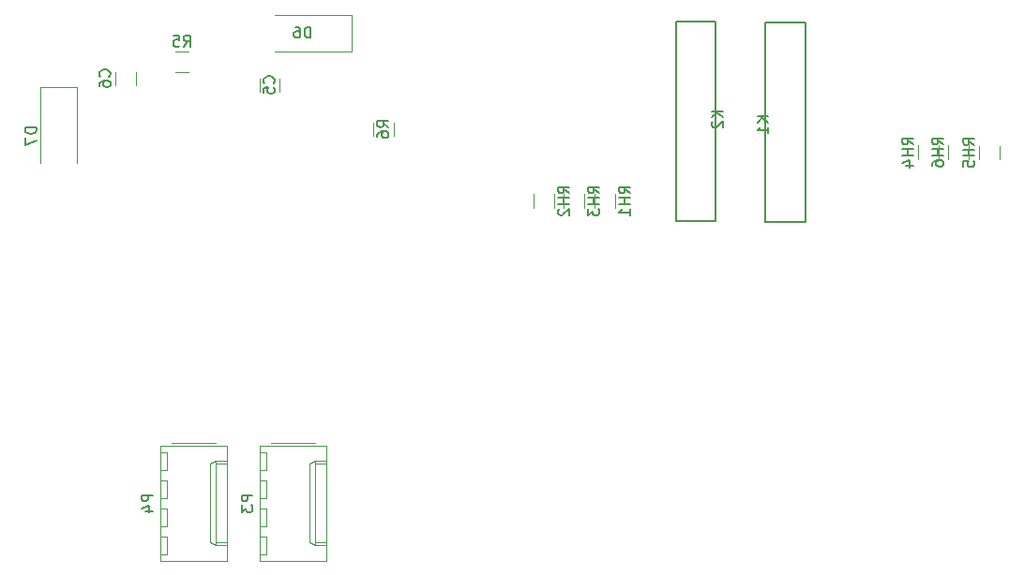
<source format=gbo>
G04 #@! TF.GenerationSoftware,KiCad,Pcbnew,(5.0.0-3-g5ebb6b6)*
G04 #@! TF.CreationDate,2019-01-18T17:45:58+01:00*
G04 #@! TF.ProjectId,Motor_Card,4D6F746F725F436172642E6B69636164,rev?*
G04 #@! TF.SameCoordinates,Original*
G04 #@! TF.FileFunction,Legend,Bot*
G04 #@! TF.FilePolarity,Positive*
%FSLAX46Y46*%
G04 Gerber Fmt 4.6, Leading zero omitted, Abs format (unit mm)*
G04 Created by KiCad (PCBNEW (5.0.0-3-g5ebb6b6)) date Friday 18 January 2019 à 17:45:58*
%MOMM*%
%LPD*%
G01*
G04 APERTURE LIST*
%ADD10C,0.150000*%
%ADD11C,0.120000*%
G04 APERTURE END LIST*
D10*
G04 #@! TO.C,K2*
X143200000Y-63200000D02*
X146800000Y-63200000D01*
X146800000Y-63200000D02*
X146800000Y-81200000D01*
X146800000Y-81200000D02*
X143200000Y-81200000D01*
X143200000Y-81200000D02*
X143200000Y-63200000D01*
D11*
G04 #@! TO.C,C5*
X99310000Y-68210436D02*
X99310000Y-69414564D01*
X97490000Y-68210436D02*
X97490000Y-69414564D01*
G04 #@! TO.C,C6*
X86310000Y-67610436D02*
X86310000Y-68814564D01*
X84490000Y-67610436D02*
X84490000Y-68814564D01*
D10*
G04 #@! TO.C,K1*
X138700000Y-81100000D02*
X135100000Y-81100000D01*
X135100000Y-81100000D02*
X135100000Y-63100000D01*
X135100000Y-63100000D02*
X138700000Y-63100000D01*
X138700000Y-63100000D02*
X138700000Y-81100000D01*
D11*
G04 #@! TO.C,R5*
X91089564Y-67610000D02*
X89885436Y-67610000D01*
X91089564Y-65790000D02*
X89885436Y-65790000D01*
G04 #@! TO.C,R6*
X107790000Y-73389564D02*
X107790000Y-72185436D01*
X109610000Y-73389564D02*
X109610000Y-72185436D01*
G04 #@! TO.C,RH1*
X127790000Y-79889564D02*
X127790000Y-78685436D01*
X129610000Y-79889564D02*
X129610000Y-78685436D01*
G04 #@! TO.C,RH2*
X122290000Y-79889564D02*
X122290000Y-78685436D01*
X124110000Y-79889564D02*
X124110000Y-78685436D01*
G04 #@! TO.C,RH3*
X124990000Y-79889564D02*
X124990000Y-78685436D01*
X126810000Y-79889564D02*
X126810000Y-78685436D01*
G04 #@! TO.C,RH4*
X158810000Y-74285436D02*
X158810000Y-75489564D01*
X156990000Y-74285436D02*
X156990000Y-75489564D01*
G04 #@! TO.C,RH5*
X164310000Y-74310436D02*
X164310000Y-75514564D01*
X162490000Y-74310436D02*
X162490000Y-75514564D01*
G04 #@! TO.C,RH6*
X161510000Y-74285436D02*
X161510000Y-75489564D01*
X159690000Y-74285436D02*
X159690000Y-75489564D01*
G04 #@! TO.C,D6*
X105800000Y-62450000D02*
X98900000Y-62450000D01*
X105800000Y-65750000D02*
X98900000Y-65750000D01*
X105800000Y-62450000D02*
X105800000Y-65750000D01*
G04 #@! TO.C,D7*
X77750000Y-69000000D02*
X77750000Y-75900000D01*
X81050000Y-69000000D02*
X81050000Y-75900000D01*
X77750000Y-69000000D02*
X81050000Y-69000000D01*
G04 #@! TO.C,P3*
X98125232Y-111236315D02*
X97525232Y-111236315D01*
X98125232Y-109636315D02*
X98125232Y-111236315D01*
X97525232Y-109636315D02*
X98125232Y-109636315D01*
X98125232Y-108696315D02*
X97525232Y-108696315D01*
X98125232Y-107096315D02*
X98125232Y-108696315D01*
X97525232Y-107096315D02*
X98125232Y-107096315D01*
X98125232Y-106156315D02*
X97525232Y-106156315D01*
X98125232Y-104556315D02*
X98125232Y-106156315D01*
X97525232Y-104556315D02*
X98125232Y-104556315D01*
X98125232Y-103616315D02*
X97525232Y-103616315D01*
X98125232Y-102016315D02*
X98125232Y-103616315D01*
X97525232Y-102016315D02*
X98125232Y-102016315D01*
X103545232Y-110186315D02*
X102545232Y-110186315D01*
X103545232Y-103066315D02*
X102545232Y-103066315D01*
X102015232Y-110186315D02*
X102545232Y-110436315D01*
X102015232Y-103066315D02*
X102015232Y-110186315D01*
X102545232Y-102816315D02*
X102015232Y-103066315D01*
X102545232Y-110436315D02*
X103545232Y-110436315D01*
X102545232Y-102816315D02*
X102545232Y-110436315D01*
X103545232Y-102816315D02*
X102545232Y-102816315D01*
X98555232Y-101146315D02*
X102555232Y-101146315D01*
X97525232Y-111816315D02*
X97525232Y-101436315D01*
X103545232Y-111816315D02*
X97525232Y-111816315D01*
X103545232Y-101436315D02*
X103545232Y-111816315D01*
X97525232Y-101436315D02*
X103545232Y-101436315D01*
G04 #@! TO.C,P4*
X89125232Y-111236315D02*
X88525232Y-111236315D01*
X89125232Y-109636315D02*
X89125232Y-111236315D01*
X88525232Y-109636315D02*
X89125232Y-109636315D01*
X89125232Y-108696315D02*
X88525232Y-108696315D01*
X89125232Y-107096315D02*
X89125232Y-108696315D01*
X88525232Y-107096315D02*
X89125232Y-107096315D01*
X89125232Y-106156315D02*
X88525232Y-106156315D01*
X89125232Y-104556315D02*
X89125232Y-106156315D01*
X88525232Y-104556315D02*
X89125232Y-104556315D01*
X89125232Y-103616315D02*
X88525232Y-103616315D01*
X89125232Y-102016315D02*
X89125232Y-103616315D01*
X88525232Y-102016315D02*
X89125232Y-102016315D01*
X94545232Y-110186315D02*
X93545232Y-110186315D01*
X94545232Y-103066315D02*
X93545232Y-103066315D01*
X93015232Y-110186315D02*
X93545232Y-110436315D01*
X93015232Y-103066315D02*
X93015232Y-110186315D01*
X93545232Y-102816315D02*
X93015232Y-103066315D01*
X93545232Y-110436315D02*
X94545232Y-110436315D01*
X93545232Y-102816315D02*
X93545232Y-110436315D01*
X94545232Y-102816315D02*
X93545232Y-102816315D01*
X89555232Y-101146315D02*
X93555232Y-101146315D01*
X88525232Y-111816315D02*
X88525232Y-101436315D01*
X94545232Y-111816315D02*
X88525232Y-111816315D01*
X94545232Y-101436315D02*
X94545232Y-111816315D01*
X88525232Y-101436315D02*
X94545232Y-101436315D01*
G04 #@! TO.C,K2*
D10*
X139352380Y-71161904D02*
X138352380Y-71161904D01*
X139352380Y-71733333D02*
X138780952Y-71304761D01*
X138352380Y-71733333D02*
X138923809Y-71161904D01*
X138447619Y-72114285D02*
X138400000Y-72161904D01*
X138352380Y-72257142D01*
X138352380Y-72495238D01*
X138400000Y-72590476D01*
X138447619Y-72638095D01*
X138542857Y-72685714D01*
X138638095Y-72685714D01*
X138780952Y-72638095D01*
X139352380Y-72066666D01*
X139352380Y-72685714D01*
G04 #@! TO.C,C5*
X98757142Y-68645833D02*
X98804761Y-68598214D01*
X98852380Y-68455357D01*
X98852380Y-68360119D01*
X98804761Y-68217261D01*
X98709523Y-68122023D01*
X98614285Y-68074404D01*
X98423809Y-68026785D01*
X98280952Y-68026785D01*
X98090476Y-68074404D01*
X97995238Y-68122023D01*
X97900000Y-68217261D01*
X97852380Y-68360119D01*
X97852380Y-68455357D01*
X97900000Y-68598214D01*
X97947619Y-68645833D01*
X97852380Y-69550595D02*
X97852380Y-69074404D01*
X98328571Y-69026785D01*
X98280952Y-69074404D01*
X98233333Y-69169642D01*
X98233333Y-69407738D01*
X98280952Y-69502976D01*
X98328571Y-69550595D01*
X98423809Y-69598214D01*
X98661904Y-69598214D01*
X98757142Y-69550595D01*
X98804761Y-69502976D01*
X98852380Y-69407738D01*
X98852380Y-69169642D01*
X98804761Y-69074404D01*
X98757142Y-69026785D01*
G04 #@! TO.C,C6*
X83937142Y-68045833D02*
X83984761Y-67998214D01*
X84032380Y-67855357D01*
X84032380Y-67760119D01*
X83984761Y-67617261D01*
X83889523Y-67522023D01*
X83794285Y-67474404D01*
X83603809Y-67426785D01*
X83460952Y-67426785D01*
X83270476Y-67474404D01*
X83175238Y-67522023D01*
X83080000Y-67617261D01*
X83032380Y-67760119D01*
X83032380Y-67855357D01*
X83080000Y-67998214D01*
X83127619Y-68045833D01*
X83032380Y-68902976D02*
X83032380Y-68712500D01*
X83080000Y-68617261D01*
X83127619Y-68569642D01*
X83270476Y-68474404D01*
X83460952Y-68426785D01*
X83841904Y-68426785D01*
X83937142Y-68474404D01*
X83984761Y-68522023D01*
X84032380Y-68617261D01*
X84032380Y-68807738D01*
X83984761Y-68902976D01*
X83937142Y-68950595D01*
X83841904Y-68998214D01*
X83603809Y-68998214D01*
X83508571Y-68950595D01*
X83460952Y-68902976D01*
X83413333Y-68807738D01*
X83413333Y-68617261D01*
X83460952Y-68522023D01*
X83508571Y-68474404D01*
X83603809Y-68426785D01*
G04 #@! TO.C,K1*
X143452380Y-71661904D02*
X142452380Y-71661904D01*
X143452380Y-72233333D02*
X142880952Y-71804761D01*
X142452380Y-72233333D02*
X143023809Y-71661904D01*
X143452380Y-73185714D02*
X143452380Y-72614285D01*
X143452380Y-72900000D02*
X142452380Y-72900000D01*
X142595238Y-72804761D01*
X142690476Y-72709523D01*
X142738095Y-72614285D01*
G04 #@! TO.C,R5*
X90654166Y-65332380D02*
X90987500Y-64856190D01*
X91225595Y-65332380D02*
X91225595Y-64332380D01*
X90844642Y-64332380D01*
X90749404Y-64380000D01*
X90701785Y-64427619D01*
X90654166Y-64522857D01*
X90654166Y-64665714D01*
X90701785Y-64760952D01*
X90749404Y-64808571D01*
X90844642Y-64856190D01*
X91225595Y-64856190D01*
X89749404Y-64332380D02*
X90225595Y-64332380D01*
X90273214Y-64808571D01*
X90225595Y-64760952D01*
X90130357Y-64713333D01*
X89892261Y-64713333D01*
X89797023Y-64760952D01*
X89749404Y-64808571D01*
X89701785Y-64903809D01*
X89701785Y-65141904D01*
X89749404Y-65237142D01*
X89797023Y-65284761D01*
X89892261Y-65332380D01*
X90130357Y-65332380D01*
X90225595Y-65284761D01*
X90273214Y-65237142D01*
G04 #@! TO.C,R6*
X109152380Y-72633333D02*
X108676190Y-72300000D01*
X109152380Y-72061904D02*
X108152380Y-72061904D01*
X108152380Y-72442857D01*
X108200000Y-72538095D01*
X108247619Y-72585714D01*
X108342857Y-72633333D01*
X108485714Y-72633333D01*
X108580952Y-72585714D01*
X108628571Y-72538095D01*
X108676190Y-72442857D01*
X108676190Y-72061904D01*
X108152380Y-73490476D02*
X108152380Y-73300000D01*
X108200000Y-73204761D01*
X108247619Y-73157142D01*
X108390476Y-73061904D01*
X108580952Y-73014285D01*
X108961904Y-73014285D01*
X109057142Y-73061904D01*
X109104761Y-73109523D01*
X109152380Y-73204761D01*
X109152380Y-73395238D01*
X109104761Y-73490476D01*
X109057142Y-73538095D01*
X108961904Y-73585714D01*
X108723809Y-73585714D01*
X108628571Y-73538095D01*
X108580952Y-73490476D01*
X108533333Y-73395238D01*
X108533333Y-73204761D01*
X108580952Y-73109523D01*
X108628571Y-73061904D01*
X108723809Y-73014285D01*
G04 #@! TO.C,RH1*
X130972380Y-78597023D02*
X130496190Y-78263690D01*
X130972380Y-78025595D02*
X129972380Y-78025595D01*
X129972380Y-78406547D01*
X130020000Y-78501785D01*
X130067619Y-78549404D01*
X130162857Y-78597023D01*
X130305714Y-78597023D01*
X130400952Y-78549404D01*
X130448571Y-78501785D01*
X130496190Y-78406547D01*
X130496190Y-78025595D01*
X130972380Y-79025595D02*
X129972380Y-79025595D01*
X130448571Y-79025595D02*
X130448571Y-79597023D01*
X130972380Y-79597023D02*
X129972380Y-79597023D01*
X130972380Y-80597023D02*
X130972380Y-80025595D01*
X130972380Y-80311309D02*
X129972380Y-80311309D01*
X130115238Y-80216071D01*
X130210476Y-80120833D01*
X130258095Y-80025595D01*
G04 #@! TO.C,RH2*
X125472380Y-78597023D02*
X124996190Y-78263690D01*
X125472380Y-78025595D02*
X124472380Y-78025595D01*
X124472380Y-78406547D01*
X124520000Y-78501785D01*
X124567619Y-78549404D01*
X124662857Y-78597023D01*
X124805714Y-78597023D01*
X124900952Y-78549404D01*
X124948571Y-78501785D01*
X124996190Y-78406547D01*
X124996190Y-78025595D01*
X125472380Y-79025595D02*
X124472380Y-79025595D01*
X124948571Y-79025595D02*
X124948571Y-79597023D01*
X125472380Y-79597023D02*
X124472380Y-79597023D01*
X124567619Y-80025595D02*
X124520000Y-80073214D01*
X124472380Y-80168452D01*
X124472380Y-80406547D01*
X124520000Y-80501785D01*
X124567619Y-80549404D01*
X124662857Y-80597023D01*
X124758095Y-80597023D01*
X124900952Y-80549404D01*
X125472380Y-79977976D01*
X125472380Y-80597023D01*
G04 #@! TO.C,RH3*
X128172380Y-78597023D02*
X127696190Y-78263690D01*
X128172380Y-78025595D02*
X127172380Y-78025595D01*
X127172380Y-78406547D01*
X127220000Y-78501785D01*
X127267619Y-78549404D01*
X127362857Y-78597023D01*
X127505714Y-78597023D01*
X127600952Y-78549404D01*
X127648571Y-78501785D01*
X127696190Y-78406547D01*
X127696190Y-78025595D01*
X128172380Y-79025595D02*
X127172380Y-79025595D01*
X127648571Y-79025595D02*
X127648571Y-79597023D01*
X128172380Y-79597023D02*
X127172380Y-79597023D01*
X127172380Y-79977976D02*
X127172380Y-80597023D01*
X127553333Y-80263690D01*
X127553333Y-80406547D01*
X127600952Y-80501785D01*
X127648571Y-80549404D01*
X127743809Y-80597023D01*
X127981904Y-80597023D01*
X128077142Y-80549404D01*
X128124761Y-80501785D01*
X128172380Y-80406547D01*
X128172380Y-80120833D01*
X128124761Y-80025595D01*
X128077142Y-79977976D01*
G04 #@! TO.C,RH4*
X156532380Y-74197023D02*
X156056190Y-73863690D01*
X156532380Y-73625595D02*
X155532380Y-73625595D01*
X155532380Y-74006547D01*
X155580000Y-74101785D01*
X155627619Y-74149404D01*
X155722857Y-74197023D01*
X155865714Y-74197023D01*
X155960952Y-74149404D01*
X156008571Y-74101785D01*
X156056190Y-74006547D01*
X156056190Y-73625595D01*
X156532380Y-74625595D02*
X155532380Y-74625595D01*
X156008571Y-74625595D02*
X156008571Y-75197023D01*
X156532380Y-75197023D02*
X155532380Y-75197023D01*
X155865714Y-76101785D02*
X156532380Y-76101785D01*
X155484761Y-75863690D02*
X156199047Y-75625595D01*
X156199047Y-76244642D01*
G04 #@! TO.C,RH5*
X162032380Y-74222023D02*
X161556190Y-73888690D01*
X162032380Y-73650595D02*
X161032380Y-73650595D01*
X161032380Y-74031547D01*
X161080000Y-74126785D01*
X161127619Y-74174404D01*
X161222857Y-74222023D01*
X161365714Y-74222023D01*
X161460952Y-74174404D01*
X161508571Y-74126785D01*
X161556190Y-74031547D01*
X161556190Y-73650595D01*
X162032380Y-74650595D02*
X161032380Y-74650595D01*
X161508571Y-74650595D02*
X161508571Y-75222023D01*
X162032380Y-75222023D02*
X161032380Y-75222023D01*
X161032380Y-76174404D02*
X161032380Y-75698214D01*
X161508571Y-75650595D01*
X161460952Y-75698214D01*
X161413333Y-75793452D01*
X161413333Y-76031547D01*
X161460952Y-76126785D01*
X161508571Y-76174404D01*
X161603809Y-76222023D01*
X161841904Y-76222023D01*
X161937142Y-76174404D01*
X161984761Y-76126785D01*
X162032380Y-76031547D01*
X162032380Y-75793452D01*
X161984761Y-75698214D01*
X161937142Y-75650595D01*
G04 #@! TO.C,RH6*
X159232380Y-74197023D02*
X158756190Y-73863690D01*
X159232380Y-73625595D02*
X158232380Y-73625595D01*
X158232380Y-74006547D01*
X158280000Y-74101785D01*
X158327619Y-74149404D01*
X158422857Y-74197023D01*
X158565714Y-74197023D01*
X158660952Y-74149404D01*
X158708571Y-74101785D01*
X158756190Y-74006547D01*
X158756190Y-73625595D01*
X159232380Y-74625595D02*
X158232380Y-74625595D01*
X158708571Y-74625595D02*
X158708571Y-75197023D01*
X159232380Y-75197023D02*
X158232380Y-75197023D01*
X158232380Y-76101785D02*
X158232380Y-75911309D01*
X158280000Y-75816071D01*
X158327619Y-75768452D01*
X158470476Y-75673214D01*
X158660952Y-75625595D01*
X159041904Y-75625595D01*
X159137142Y-75673214D01*
X159184761Y-75720833D01*
X159232380Y-75816071D01*
X159232380Y-76006547D01*
X159184761Y-76101785D01*
X159137142Y-76149404D01*
X159041904Y-76197023D01*
X158803809Y-76197023D01*
X158708571Y-76149404D01*
X158660952Y-76101785D01*
X158613333Y-76006547D01*
X158613333Y-75816071D01*
X158660952Y-75720833D01*
X158708571Y-75673214D01*
X158803809Y-75625595D01*
G04 #@! TO.C,D6*
X102138095Y-64552380D02*
X102138095Y-63552380D01*
X101900000Y-63552380D01*
X101757142Y-63600000D01*
X101661904Y-63695238D01*
X101614285Y-63790476D01*
X101566666Y-63980952D01*
X101566666Y-64123809D01*
X101614285Y-64314285D01*
X101661904Y-64409523D01*
X101757142Y-64504761D01*
X101900000Y-64552380D01*
X102138095Y-64552380D01*
X100709523Y-63552380D02*
X100900000Y-63552380D01*
X100995238Y-63600000D01*
X101042857Y-63647619D01*
X101138095Y-63790476D01*
X101185714Y-63980952D01*
X101185714Y-64361904D01*
X101138095Y-64457142D01*
X101090476Y-64504761D01*
X100995238Y-64552380D01*
X100804761Y-64552380D01*
X100709523Y-64504761D01*
X100661904Y-64457142D01*
X100614285Y-64361904D01*
X100614285Y-64123809D01*
X100661904Y-64028571D01*
X100709523Y-63980952D01*
X100804761Y-63933333D01*
X100995238Y-63933333D01*
X101090476Y-63980952D01*
X101138095Y-64028571D01*
X101185714Y-64123809D01*
G04 #@! TO.C,D7*
X77352380Y-72661904D02*
X76352380Y-72661904D01*
X76352380Y-72900000D01*
X76400000Y-73042857D01*
X76495238Y-73138095D01*
X76590476Y-73185714D01*
X76780952Y-73233333D01*
X76923809Y-73233333D01*
X77114285Y-73185714D01*
X77209523Y-73138095D01*
X77304761Y-73042857D01*
X77352380Y-72900000D01*
X77352380Y-72661904D01*
X76352380Y-73566666D02*
X76352380Y-74233333D01*
X77352380Y-73804761D01*
G04 #@! TO.C,P3*
X96887612Y-105888219D02*
X95887612Y-105888219D01*
X95887612Y-106269172D01*
X95935232Y-106364410D01*
X95982851Y-106412029D01*
X96078089Y-106459648D01*
X96220946Y-106459648D01*
X96316184Y-106412029D01*
X96363803Y-106364410D01*
X96411422Y-106269172D01*
X96411422Y-105888219D01*
X95887612Y-106792981D02*
X95887612Y-107412029D01*
X96268565Y-107078695D01*
X96268565Y-107221553D01*
X96316184Y-107316791D01*
X96363803Y-107364410D01*
X96459041Y-107412029D01*
X96697136Y-107412029D01*
X96792374Y-107364410D01*
X96839993Y-107316791D01*
X96887612Y-107221553D01*
X96887612Y-106935838D01*
X96839993Y-106840600D01*
X96792374Y-106792981D01*
G04 #@! TO.C,P4*
X87887612Y-105888219D02*
X86887612Y-105888219D01*
X86887612Y-106269172D01*
X86935232Y-106364410D01*
X86982851Y-106412029D01*
X87078089Y-106459648D01*
X87220946Y-106459648D01*
X87316184Y-106412029D01*
X87363803Y-106364410D01*
X87411422Y-106269172D01*
X87411422Y-105888219D01*
X87220946Y-107316791D02*
X87887612Y-107316791D01*
X86839993Y-107078695D02*
X87554279Y-106840600D01*
X87554279Y-107459648D01*
G04 #@! TD*
M02*

</source>
